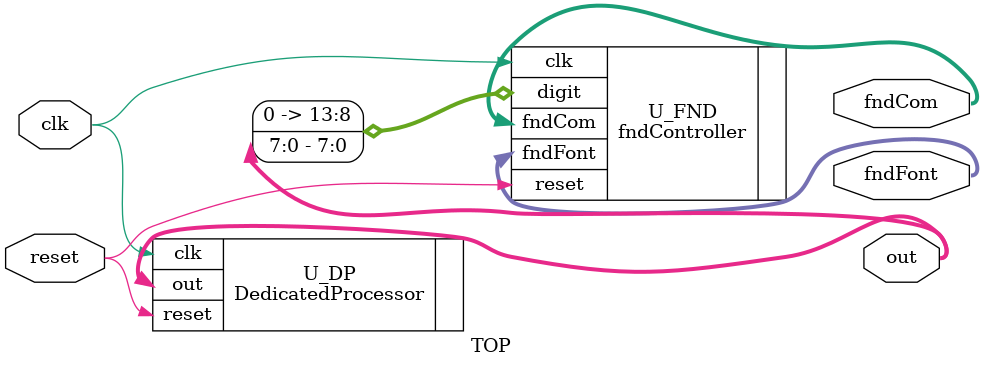
<source format=v>
`timescale 1ns / 1ps

module TOP (
    input        clk,
    input        reset,
    output [7:0] out,
    output [7:0] fndFont,
    output [3:0] fndCom
);

    DedicatedProcessor U_DP (
        .clk  (clk),
        .reset(reset),
        .out  (out)
    );

    fndController U_FND (
        .clk    (clk),
        .reset  (reset),
        .digit  ({6'b0, out}),
        .fndFont(fndFont),
        .fndCom (fndCom)
    );
endmodule

</source>
